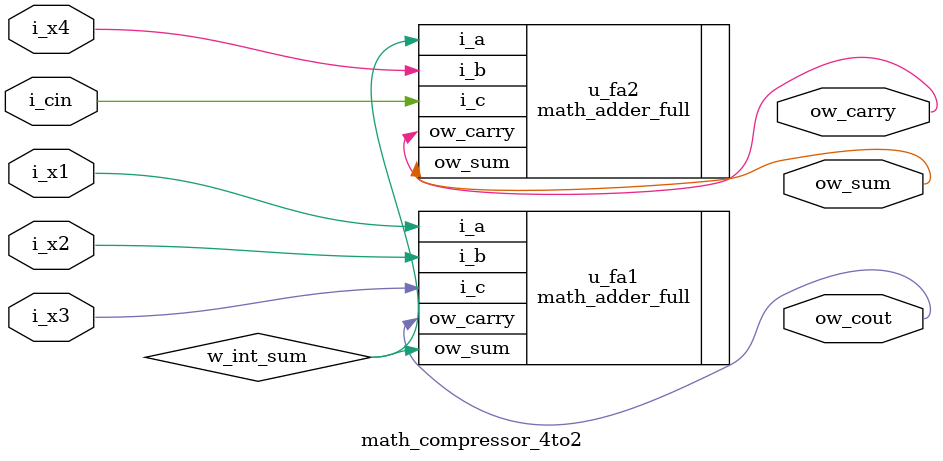
<source format=sv>

`timescale 1ns / 1ps

module math_compressor_4to2 (
    input  logic i_x1, i_x2, i_x3, i_x4,
    input  logic i_cin,
    output logic ow_sum,
    output logic ow_carry,
    output logic ow_cout
);
    logic w_int_sum, w_int_carry;

    // First 3:2: X1, X2, X3
    math_adder_full u_fa1 (
        .i_a     (i_x1),
        .i_b     (i_x2),
        .i_c     (i_x3),
        .ow_sum  (w_int_sum),
        .ow_carry(ow_cout)       // Cout independent of Cin!
    );

    // Second 3:2: int_sum, X4, Cin
    math_adder_full u_fa2 (
        .i_a     (w_int_sum),
        .i_b     (i_x4),
        .i_c     (i_cin),
        .ow_sum  (ow_sum),
        .ow_carry(ow_carry)
    );

endmodule : math_compressor_4to2


</source>
